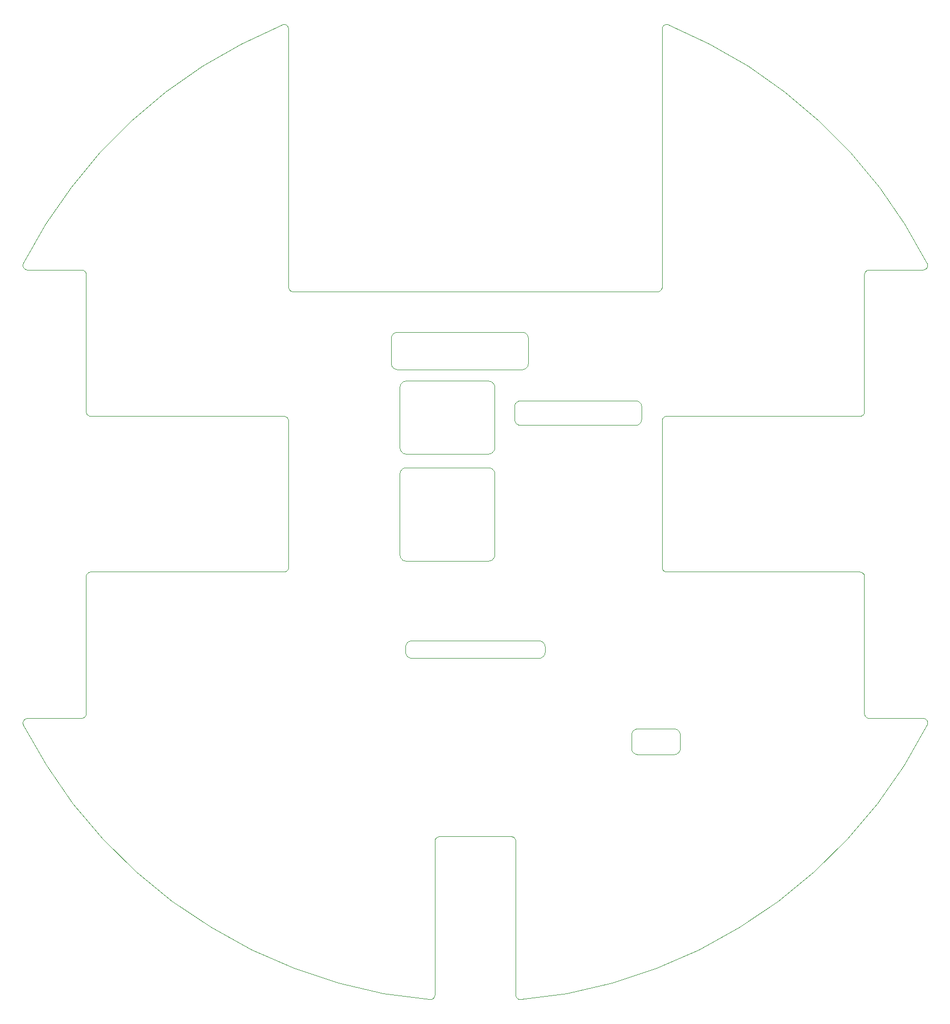
<source format=gbr>
G04 #@! TF.GenerationSoftware,KiCad,Pcbnew,5.1.9-73d0e3b20d~88~ubuntu20.04.1*
G04 #@! TF.CreationDate,2020-12-30T10:14:53-08:00*
G04 #@! TF.ProjectId,master_board,6d617374-6572-45f6-926f-6172642e6b69,Rev. A*
G04 #@! TF.SameCoordinates,Original*
G04 #@! TF.FileFunction,Profile,NP*
%FSLAX46Y46*%
G04 Gerber Fmt 4.6, Leading zero omitted, Abs format (unit mm)*
G04 Created by KiCad (PCBNEW 5.1.9-73d0e3b20d~88~ubuntu20.04.1) date 2020-12-30 10:14:53*
%MOMM*%
%LPD*%
G01*
G04 APERTURE LIST*
G04 #@! TA.AperFunction,Profile*
%ADD10C,0.050000*%
G04 #@! TD*
G04 APERTURE END LIST*
D10*
X162640000Y-64320000D02*
X162680000Y-64270000D01*
X162680000Y-64270000D02*
X162720000Y-64220000D01*
X162720000Y-64220000D02*
X162770000Y-64180000D01*
X162770000Y-64180000D02*
X162820000Y-64140000D01*
X162820000Y-64140000D02*
X162880000Y-64100000D01*
X163060000Y-64030000D02*
X163120000Y-64010000D01*
X163120000Y-64010000D02*
X163180000Y-64000000D01*
X106300000Y-85910000D02*
X106300000Y-86000000D01*
X106300000Y-86000000D02*
X106300000Y-87950000D01*
X106300000Y-87950000D02*
X106300000Y-88040000D01*
X106300000Y-88040000D02*
X106320000Y-88120000D01*
X106320000Y-88120000D02*
X106330000Y-88210000D01*
X106330000Y-88210000D02*
X106360000Y-88290000D01*
X162990000Y-64050000D02*
X163060000Y-64030000D01*
X163180000Y-64000000D02*
X163250000Y-64000000D01*
X162930000Y-64070000D02*
X162990000Y-64050000D01*
X162880000Y-64100000D02*
X162930000Y-64070000D01*
X162550000Y-64490000D02*
X162570000Y-64430000D01*
X162720000Y-64220000D02*
X162770000Y-64180000D01*
X162600000Y-64380000D02*
X162640000Y-64320000D01*
X162500000Y-86750000D02*
X162500000Y-64750000D01*
X89800000Y-123550000D02*
X89710000Y-123550000D01*
X89710000Y-123550000D02*
X89630000Y-123570000D01*
X89630000Y-123570000D02*
X89540000Y-123580000D01*
X89540000Y-123580000D02*
X89460000Y-123610000D01*
X89460000Y-123610000D02*
X89380000Y-123640000D01*
X89380000Y-123640000D02*
X89300000Y-123680000D01*
X89300000Y-123680000D02*
X89230000Y-123730000D01*
X89230000Y-123730000D02*
X89160000Y-123780000D01*
X89160000Y-123780000D02*
X89090000Y-123840000D01*
X89090000Y-123840000D02*
X89030000Y-123910000D01*
X89030000Y-123910000D02*
X88980000Y-123980000D01*
X88980000Y-123980000D02*
X88930000Y-124050000D01*
X88930000Y-124050000D02*
X88890000Y-124130000D01*
X88890000Y-124130000D02*
X88860000Y-124210000D01*
X88860000Y-124210000D02*
X88830000Y-124290000D01*
X88830000Y-124290000D02*
X88820000Y-124380000D01*
X88820000Y-124380000D02*
X88800000Y-124460000D01*
X88800000Y-124460000D02*
X88800000Y-124550000D01*
X88800000Y-124550000D02*
X88800000Y-125350000D01*
X88800000Y-125350000D02*
X88800000Y-125440000D01*
X88800000Y-125440000D02*
X88820000Y-125520000D01*
X88820000Y-125520000D02*
X88830000Y-125610000D01*
X88830000Y-125610000D02*
X88860000Y-125690000D01*
X88860000Y-125690000D02*
X88890000Y-125770000D01*
X88890000Y-125770000D02*
X88930000Y-125850000D01*
X88930000Y-125850000D02*
X88980000Y-125920000D01*
X88980000Y-125920000D02*
X89030000Y-125990000D01*
X89030000Y-125990000D02*
X89090000Y-126060000D01*
X89090000Y-126060000D02*
X89160000Y-126120000D01*
X89160000Y-126120000D02*
X89230000Y-126170000D01*
X89230000Y-126170000D02*
X89300000Y-126220000D01*
X89300000Y-126220000D02*
X89380000Y-126260000D01*
X89380000Y-126260000D02*
X89460000Y-126290000D01*
X89460000Y-126290000D02*
X89540000Y-126320000D01*
X89540000Y-126320000D02*
X89630000Y-126330000D01*
X89630000Y-126330000D02*
X89710000Y-126350000D01*
X89710000Y-126350000D02*
X89800000Y-126350000D01*
X89800000Y-126350000D02*
X110200000Y-126350000D01*
X110200000Y-126350000D02*
X110290000Y-126350000D01*
X110290000Y-126350000D02*
X110370000Y-126330000D01*
X110370000Y-126330000D02*
X110460000Y-126320000D01*
X110460000Y-126320000D02*
X110540000Y-126290000D01*
X110540000Y-126290000D02*
X110620000Y-126260000D01*
X110620000Y-126260000D02*
X110700000Y-126220000D01*
X110700000Y-126220000D02*
X110770000Y-126170000D01*
X110770000Y-126170000D02*
X110840000Y-126120000D01*
X110840000Y-126120000D02*
X110910000Y-126060000D01*
X110910000Y-126060000D02*
X110970000Y-125990000D01*
X110970000Y-125990000D02*
X111020000Y-125920000D01*
X111020000Y-125920000D02*
X111070000Y-125850000D01*
X111070000Y-125850000D02*
X111110000Y-125770000D01*
X111110000Y-125770000D02*
X111140000Y-125690000D01*
X111140000Y-125690000D02*
X111170000Y-125610000D01*
X111170000Y-125610000D02*
X111180000Y-125520000D01*
X111180000Y-125520000D02*
X111200000Y-125440000D01*
X111200000Y-125440000D02*
X111200000Y-125350000D01*
X111200000Y-125350000D02*
X111200000Y-124550000D01*
X111200000Y-124550000D02*
X111200000Y-124460000D01*
X111200000Y-124460000D02*
X111180000Y-124380000D01*
X111180000Y-124380000D02*
X111170000Y-124290000D01*
X111170000Y-124290000D02*
X111140000Y-124210000D01*
X111140000Y-124210000D02*
X111110000Y-124130000D01*
X111110000Y-124130000D02*
X111070000Y-124050000D01*
X111070000Y-124050000D02*
X111020000Y-123980000D01*
X111020000Y-123980000D02*
X110970000Y-123910000D01*
X110970000Y-123910000D02*
X110910000Y-123840000D01*
X110910000Y-123840000D02*
X110840000Y-123780000D01*
X110840000Y-123780000D02*
X110770000Y-123730000D01*
X110770000Y-123730000D02*
X110700000Y-123680000D01*
X110700000Y-123680000D02*
X110620000Y-123640000D01*
X110620000Y-123640000D02*
X110540000Y-123610000D01*
X110540000Y-123610000D02*
X110460000Y-123580000D01*
X110460000Y-123580000D02*
X110370000Y-123570000D01*
X110370000Y-123570000D02*
X110290000Y-123550000D01*
X110290000Y-123550000D02*
X110200000Y-123550000D01*
X110200000Y-123550000D02*
X89800000Y-123550000D01*
X88730000Y-110730000D02*
X88810000Y-110750000D01*
X88810000Y-110750000D02*
X88900000Y-110750000D01*
X88900000Y-110750000D02*
X102100000Y-110750000D01*
X102100000Y-110750000D02*
X102190000Y-110750000D01*
X102190000Y-110750000D02*
X102270000Y-110730000D01*
X87920000Y-82680000D02*
X87900000Y-82760000D01*
X87900000Y-82760000D02*
X87900000Y-82850000D01*
X87900000Y-82850000D02*
X87900000Y-92550000D01*
X87900000Y-92550000D02*
X87900000Y-92640000D01*
X87900000Y-92640000D02*
X87920000Y-92720000D01*
X87920000Y-92720000D02*
X87930000Y-92810000D01*
X87930000Y-92810000D02*
X87960000Y-92890000D01*
X88730000Y-93530000D02*
X88810000Y-93550000D01*
X88810000Y-93550000D02*
X88900000Y-93550000D01*
X88900000Y-93550000D02*
X102100000Y-93550000D01*
X102100000Y-93550000D02*
X102190000Y-93550000D01*
X102190000Y-93550000D02*
X102270000Y-93530000D01*
X132900000Y-138690000D02*
X132900000Y-138600000D01*
X132900000Y-138600000D02*
X132880000Y-138510000D01*
X132880000Y-138510000D02*
X132870000Y-138430000D01*
X132870000Y-138430000D02*
X132840000Y-138350000D01*
X132840000Y-138350000D02*
X132810000Y-138260000D01*
X132810000Y-138260000D02*
X132770000Y-138190000D01*
X132770000Y-138190000D02*
X132720000Y-138110000D01*
X132720000Y-138110000D02*
X132670000Y-138040000D01*
X132670000Y-138040000D02*
X132610000Y-137980000D01*
X132610000Y-137980000D02*
X132540000Y-137920000D01*
X132540000Y-137920000D02*
X132470000Y-137870000D01*
X132470000Y-137870000D02*
X132400000Y-137820000D01*
X132400000Y-137820000D02*
X132320000Y-137780000D01*
X132320000Y-137780000D02*
X132240000Y-137750000D01*
X132240000Y-137750000D02*
X132160000Y-137720000D01*
X132160000Y-137720000D02*
X132070000Y-137700000D01*
X132070000Y-137700000D02*
X131990000Y-137690000D01*
X131990000Y-137690000D02*
X131900000Y-137690000D01*
X131900000Y-137690000D02*
X126100000Y-137690000D01*
X126100000Y-137690000D02*
X126010000Y-137690000D01*
X126010000Y-137690000D02*
X125930000Y-137700000D01*
X125930000Y-137700000D02*
X125840000Y-137720000D01*
X125840000Y-137720000D02*
X125760000Y-137750000D01*
X125760000Y-137750000D02*
X125680000Y-137780000D01*
X125680000Y-137780000D02*
X125600000Y-137820000D01*
X125600000Y-137820000D02*
X125530000Y-137870000D01*
X125530000Y-137870000D02*
X125460000Y-137920000D01*
X125460000Y-137920000D02*
X125390000Y-137980000D01*
X125390000Y-137980000D02*
X125330000Y-138040000D01*
X125330000Y-138040000D02*
X125280000Y-138110000D01*
X125280000Y-138110000D02*
X125230000Y-138190000D01*
X125230000Y-138190000D02*
X125190000Y-138260000D01*
X125190000Y-138260000D02*
X125160000Y-138350000D01*
X125160000Y-138350000D02*
X125130000Y-138430000D01*
X125130000Y-138430000D02*
X125120000Y-138510000D01*
X125120000Y-138510000D02*
X125100000Y-138600000D01*
X125100000Y-138600000D02*
X125100000Y-138690000D01*
X125100000Y-138690000D02*
X125100000Y-140810000D01*
X125100000Y-140810000D02*
X125100000Y-140900000D01*
X125100000Y-140900000D02*
X125120000Y-140990000D01*
X125120000Y-140990000D02*
X125130000Y-141070000D01*
X125130000Y-141070000D02*
X125160000Y-141150000D01*
X125160000Y-141150000D02*
X125190000Y-141240000D01*
X125190000Y-141240000D02*
X125230000Y-141310000D01*
X125230000Y-141310000D02*
X125280000Y-141390000D01*
X125280000Y-141390000D02*
X125330000Y-141460000D01*
X125330000Y-141460000D02*
X125390000Y-141520000D01*
X125390000Y-141520000D02*
X125460000Y-141580000D01*
X125460000Y-141580000D02*
X125530000Y-141630000D01*
X125530000Y-141630000D02*
X125600000Y-141680000D01*
X125600000Y-141680000D02*
X125680000Y-141720000D01*
X125680000Y-141720000D02*
X125760000Y-141750000D01*
X125760000Y-141750000D02*
X125840000Y-141780000D01*
X125840000Y-141780000D02*
X125930000Y-141800000D01*
X125930000Y-141800000D02*
X126010000Y-141810000D01*
X126010000Y-141810000D02*
X126100000Y-141810000D01*
X126100000Y-141810000D02*
X131900000Y-141810000D01*
X131900000Y-141810000D02*
X131990000Y-141810000D01*
X131990000Y-141810000D02*
X132070000Y-141800000D01*
X132070000Y-141800000D02*
X132160000Y-141780000D01*
X132160000Y-141780000D02*
X132240000Y-141750000D01*
X132240000Y-141750000D02*
X132320000Y-141720000D01*
X132320000Y-141720000D02*
X132400000Y-141680000D01*
X132400000Y-141680000D02*
X132470000Y-141630000D01*
X132470000Y-141630000D02*
X132540000Y-141580000D01*
X132540000Y-141580000D02*
X132610000Y-141520000D01*
X132610000Y-141520000D02*
X132670000Y-141460000D01*
X132670000Y-141460000D02*
X132720000Y-141390000D01*
X132720000Y-141390000D02*
X132770000Y-141310000D01*
X132770000Y-141310000D02*
X132810000Y-141240000D01*
X132810000Y-141240000D02*
X132840000Y-141150000D01*
X132840000Y-141150000D02*
X132870000Y-141070000D01*
X132870000Y-141070000D02*
X132880000Y-140990000D01*
X132880000Y-140990000D02*
X132900000Y-140900000D01*
X132900000Y-140900000D02*
X132900000Y-140810000D01*
X132900000Y-140810000D02*
X132900000Y-138690000D01*
X162500000Y-64750000D02*
X162500000Y-64680000D01*
X163250000Y-64000000D02*
X171900000Y-64000000D01*
X171900000Y-64000000D02*
X171970000Y-64000000D01*
X171970000Y-64000000D02*
X172040000Y-63990000D01*
X172040000Y-63990000D02*
X172100000Y-63970000D01*
X172100000Y-63970000D02*
X172160000Y-63950000D01*
X172160000Y-63950000D02*
X172230000Y-63930000D01*
X172230000Y-63930000D02*
X172280000Y-63900000D01*
X172280000Y-63900000D02*
X172340000Y-63860000D01*
X172340000Y-63860000D02*
X172390000Y-63820000D01*
X172390000Y-63820000D02*
X172440000Y-63770000D01*
X172440000Y-63770000D02*
X172480000Y-63720000D01*
X172480000Y-63720000D02*
X172520000Y-63670000D01*
X172520000Y-63670000D02*
X172560000Y-63610000D01*
X172560000Y-63610000D02*
X172590000Y-63550000D01*
X172590000Y-63550000D02*
X172610000Y-63490000D01*
X172610000Y-63490000D02*
X172630000Y-63430000D01*
X172630000Y-63430000D02*
X172640000Y-63360000D01*
X172640000Y-63360000D02*
X172650000Y-63300000D01*
X172650000Y-63300000D02*
X172650000Y-63230000D01*
X172650000Y-63230000D02*
X172650000Y-63160000D01*
X172650000Y-63160000D02*
X172640000Y-63100000D01*
X172640000Y-63100000D02*
X172620000Y-63030000D01*
X172620000Y-63030000D02*
X172600000Y-62970000D01*
X172600000Y-62970000D02*
X172570000Y-62910000D01*
X172570000Y-62910000D02*
X172570000Y-62910000D01*
X172570000Y-62910000D02*
X169010000Y-56640000D01*
X169010000Y-56640000D02*
X164910000Y-50720000D01*
X164910000Y-50720000D02*
X160300000Y-45170000D01*
X160300000Y-45170000D02*
X155220000Y-40060000D01*
X155220000Y-40060000D02*
X149710000Y-35420000D01*
X149710000Y-35420000D02*
X143810000Y-31280000D01*
X143810000Y-31280000D02*
X137570000Y-27680000D01*
X137570000Y-27680000D02*
X131040000Y-24640000D01*
X131040000Y-24640000D02*
X130970000Y-24620000D01*
X130970000Y-24620000D02*
X130910000Y-24600000D01*
X130910000Y-24600000D02*
X130840000Y-24590000D01*
X130840000Y-24590000D02*
X130780000Y-24580000D01*
X130780000Y-24580000D02*
X130710000Y-24590000D01*
X130710000Y-24590000D02*
X130640000Y-24590000D01*
X130640000Y-24590000D02*
X130580000Y-24600000D01*
X130580000Y-24600000D02*
X130510000Y-24620000D01*
X130510000Y-24620000D02*
X130450000Y-24650000D01*
X130450000Y-24650000D02*
X130390000Y-24680000D01*
X130390000Y-24680000D02*
X130330000Y-24710000D01*
X130330000Y-24710000D02*
X130280000Y-24750000D01*
X130280000Y-24750000D02*
X130230000Y-24790000D01*
X130230000Y-24790000D02*
X130180000Y-24840000D01*
X130180000Y-24840000D02*
X130140000Y-24900000D01*
X130140000Y-24900000D02*
X130100000Y-24950000D01*
X130100000Y-24950000D02*
X130070000Y-25010000D01*
X130070000Y-25010000D02*
X130050000Y-25070000D01*
X130050000Y-25070000D02*
X130030000Y-25140000D01*
X130030000Y-25140000D02*
X130010000Y-25200000D01*
X130010000Y-25200000D02*
X130000000Y-25270000D01*
X130000000Y-25270000D02*
X130000000Y-25330000D01*
X130000000Y-25330000D02*
X130000000Y-66750000D01*
X130000000Y-66750000D02*
X130000000Y-66820000D01*
X130000000Y-66820000D02*
X129990000Y-66880000D01*
X129990000Y-66880000D02*
X129970000Y-66940000D01*
X129970000Y-66940000D02*
X129950000Y-67010000D01*
X129950000Y-67010000D02*
X129930000Y-67070000D01*
X129930000Y-67070000D02*
X129900000Y-67120000D01*
X129900000Y-67120000D02*
X129860000Y-67180000D01*
X129860000Y-67180000D02*
X129820000Y-67230000D01*
X129820000Y-67230000D02*
X129780000Y-67280000D01*
X129780000Y-67280000D02*
X129730000Y-67320000D01*
X129730000Y-67320000D02*
X129680000Y-67360000D01*
X129680000Y-67360000D02*
X129620000Y-67400000D01*
X129620000Y-67400000D02*
X129570000Y-67430000D01*
X129570000Y-67430000D02*
X129510000Y-67450000D01*
X129510000Y-67450000D02*
X129440000Y-67470000D01*
X129440000Y-67470000D02*
X129380000Y-67490000D01*
X129380000Y-67490000D02*
X129320000Y-67500000D01*
X129320000Y-67500000D02*
X129250000Y-67500000D01*
X129250000Y-67500000D02*
X70750000Y-67500000D01*
X70750000Y-67500000D02*
X70680000Y-67500000D01*
X70680000Y-67500000D02*
X70620000Y-67490000D01*
X70620000Y-67490000D02*
X70560000Y-67470000D01*
X70560000Y-67470000D02*
X70490000Y-67450000D01*
X70490000Y-67450000D02*
X70430000Y-67430000D01*
X70430000Y-67430000D02*
X70380000Y-67400000D01*
X70380000Y-67400000D02*
X70320000Y-67360000D01*
X70320000Y-67360000D02*
X70270000Y-67320000D01*
X70270000Y-67320000D02*
X70220000Y-67280000D01*
X70220000Y-67280000D02*
X70180000Y-67230000D01*
X70180000Y-67230000D02*
X70140000Y-67180000D01*
X70140000Y-67180000D02*
X70100000Y-67120000D01*
X70100000Y-67120000D02*
X70070000Y-67070000D01*
X70070000Y-67070000D02*
X70050000Y-67010000D01*
X70050000Y-67010000D02*
X70030000Y-66940000D01*
X70030000Y-66940000D02*
X70010000Y-66880000D01*
X70010000Y-66880000D02*
X70000000Y-66820000D01*
X70000000Y-66820000D02*
X70000000Y-66750000D01*
X70000000Y-66750000D02*
X70000000Y-25330000D01*
X70000000Y-25330000D02*
X70000000Y-25270000D01*
X70000000Y-25270000D02*
X69990000Y-25200000D01*
X69990000Y-25200000D02*
X69970000Y-25140000D01*
X69970000Y-25140000D02*
X69950000Y-25070000D01*
X69950000Y-25070000D02*
X69930000Y-25010000D01*
X69930000Y-25010000D02*
X69900000Y-24950000D01*
X69900000Y-24950000D02*
X69860000Y-24900000D01*
X69860000Y-24900000D02*
X69820000Y-24840000D01*
X69820000Y-24840000D02*
X69770000Y-24790000D01*
X69770000Y-24790000D02*
X69720000Y-24750000D01*
X69720000Y-24750000D02*
X69670000Y-24710000D01*
X69670000Y-24710000D02*
X69610000Y-24680000D01*
X69610000Y-24680000D02*
X69550000Y-24650000D01*
X69550000Y-24650000D02*
X69490000Y-24620000D01*
X69490000Y-24620000D02*
X69420000Y-24600000D01*
X69420000Y-24600000D02*
X69360000Y-24590000D01*
X69360000Y-24590000D02*
X69290000Y-24590000D01*
X69290000Y-24590000D02*
X69220000Y-24580000D01*
X69220000Y-24580000D02*
X69160000Y-24590000D01*
X69160000Y-24590000D02*
X69090000Y-24600000D01*
X69090000Y-24600000D02*
X69030000Y-24620000D01*
X69030000Y-24620000D02*
X68960000Y-24640000D01*
X68960000Y-24640000D02*
X68960000Y-24640000D01*
X68960000Y-24640000D02*
X62430000Y-27680000D01*
X62430000Y-27680000D02*
X56190000Y-31280000D01*
X56190000Y-31280000D02*
X50290000Y-35420000D01*
X50290000Y-35420000D02*
X44780000Y-40060000D01*
X44780000Y-40060000D02*
X39700000Y-45170000D01*
X39700000Y-45170000D02*
X35090000Y-50720000D01*
X35090000Y-50720000D02*
X30990000Y-56640000D01*
X30990000Y-56640000D02*
X27430000Y-62910000D01*
X27430000Y-62910000D02*
X27400000Y-62970000D01*
X27400000Y-62970000D02*
X27380000Y-63030000D01*
X27380000Y-63030000D02*
X27360000Y-63100000D01*
X27360000Y-63100000D02*
X27350000Y-63160000D01*
X27350000Y-63160000D02*
X27350000Y-63230000D01*
X27350000Y-63230000D02*
X27350000Y-63300000D01*
X27350000Y-63300000D02*
X27360000Y-63360000D01*
X27360000Y-63360000D02*
X27370000Y-63430000D01*
X27370000Y-63430000D02*
X27390000Y-63490000D01*
X27390000Y-63490000D02*
X27410000Y-63550000D01*
X27410000Y-63550000D02*
X27440000Y-63610000D01*
X27440000Y-63610000D02*
X27480000Y-63670000D01*
X27480000Y-63670000D02*
X27520000Y-63720000D01*
X27520000Y-63720000D02*
X27560000Y-63770000D01*
X27560000Y-63770000D02*
X27610000Y-63820000D01*
X27610000Y-63820000D02*
X27660000Y-63860000D01*
X27660000Y-63860000D02*
X27720000Y-63900000D01*
X27720000Y-63900000D02*
X27770000Y-63930000D01*
X27770000Y-63930000D02*
X27840000Y-63950000D01*
X27840000Y-63950000D02*
X27900000Y-63970000D01*
X27900000Y-63970000D02*
X27960000Y-63990000D01*
X27960000Y-63990000D02*
X28030000Y-64000000D01*
X28030000Y-64000000D02*
X28100000Y-64000000D01*
X28100000Y-64000000D02*
X36750000Y-64000000D01*
X36750000Y-64000000D02*
X36820000Y-64000000D01*
X36820000Y-64000000D02*
X36880000Y-64010000D01*
X36880000Y-64010000D02*
X36940000Y-64030000D01*
X36940000Y-64030000D02*
X37010000Y-64050000D01*
X37010000Y-64050000D02*
X37070000Y-64070000D01*
X37070000Y-64070000D02*
X37120000Y-64100000D01*
X37120000Y-64100000D02*
X37180000Y-64140000D01*
X37180000Y-64140000D02*
X37230000Y-64180000D01*
X37230000Y-64180000D02*
X37280000Y-64220000D01*
X37280000Y-64220000D02*
X37320000Y-64270000D01*
X37320000Y-64270000D02*
X37360000Y-64320000D01*
X37360000Y-64320000D02*
X37400000Y-64380000D01*
X37400000Y-64380000D02*
X37430000Y-64430000D01*
X37430000Y-64430000D02*
X37450000Y-64490000D01*
X37450000Y-64490000D02*
X37470000Y-64560000D01*
X37470000Y-64560000D02*
X37490000Y-64620000D01*
X37490000Y-64620000D02*
X37500000Y-64680000D01*
X37500000Y-64680000D02*
X37500000Y-64750000D01*
X37500000Y-64750000D02*
X37500000Y-86750000D01*
X37500000Y-86750000D02*
X37500000Y-86820000D01*
X37500000Y-86820000D02*
X37510000Y-86880000D01*
X37510000Y-86880000D02*
X37530000Y-86940000D01*
X37530000Y-86940000D02*
X37550000Y-87010000D01*
X37550000Y-87010000D02*
X37570000Y-87070000D01*
X37570000Y-87070000D02*
X37600000Y-87120000D01*
X37600000Y-87120000D02*
X37640000Y-87180000D01*
X37640000Y-87180000D02*
X37680000Y-87230000D01*
X37680000Y-87230000D02*
X37720000Y-87280000D01*
X37720000Y-87280000D02*
X37770000Y-87320000D01*
X37770000Y-87320000D02*
X37820000Y-87360000D01*
X37820000Y-87360000D02*
X37880000Y-87400000D01*
X37880000Y-87400000D02*
X37930000Y-87430000D01*
X37930000Y-87430000D02*
X37990000Y-87450000D01*
X37990000Y-87450000D02*
X38060000Y-87470000D01*
X38060000Y-87470000D02*
X38120000Y-87490000D01*
X38120000Y-87490000D02*
X38180000Y-87500000D01*
X38180000Y-87500000D02*
X38250000Y-87500000D01*
X38250000Y-87500000D02*
X69250000Y-87500000D01*
X69250000Y-87500000D02*
X69320000Y-87500000D01*
X69320000Y-87500000D02*
X69380000Y-87510000D01*
X69380000Y-87510000D02*
X69440000Y-87530000D01*
X69440000Y-87530000D02*
X69510000Y-87550000D01*
X69510000Y-87550000D02*
X69570000Y-87570000D01*
X69570000Y-87570000D02*
X69620000Y-87600000D01*
X69620000Y-87600000D02*
X69680000Y-87640000D01*
X69680000Y-87640000D02*
X69730000Y-87680000D01*
X69730000Y-87680000D02*
X69780000Y-87720000D01*
X69780000Y-87720000D02*
X69820000Y-87770000D01*
X69820000Y-87770000D02*
X69860000Y-87820000D01*
X69860000Y-87820000D02*
X69900000Y-87880000D01*
X69900000Y-87880000D02*
X69930000Y-87930000D01*
X69930000Y-87930000D02*
X69950000Y-87990000D01*
X69950000Y-87990000D02*
X69970000Y-88060000D01*
X69970000Y-88060000D02*
X69990000Y-88120000D01*
X69990000Y-88120000D02*
X70000000Y-88180000D01*
X70000000Y-88180000D02*
X70000000Y-88250000D01*
X70000000Y-88250000D02*
X70000000Y-111750000D01*
X70000000Y-111750000D02*
X70000000Y-111820000D01*
X70000000Y-111820000D02*
X69990000Y-111880000D01*
X69990000Y-111880000D02*
X69970000Y-111940000D01*
X69970000Y-111940000D02*
X69950000Y-112010000D01*
X69950000Y-112010000D02*
X69930000Y-112070000D01*
X69930000Y-112070000D02*
X69900000Y-112120000D01*
X69900000Y-112120000D02*
X69860000Y-112180000D01*
X69860000Y-112180000D02*
X69820000Y-112230000D01*
X69820000Y-112230000D02*
X69780000Y-112280000D01*
X69780000Y-112280000D02*
X69730000Y-112320000D01*
X69730000Y-112320000D02*
X69680000Y-112360000D01*
X69680000Y-112360000D02*
X69620000Y-112400000D01*
X69620000Y-112400000D02*
X69570000Y-112430000D01*
X69570000Y-112430000D02*
X69510000Y-112450000D01*
X69510000Y-112450000D02*
X69440000Y-112470000D01*
X69440000Y-112470000D02*
X69380000Y-112490000D01*
X69380000Y-112490000D02*
X69320000Y-112500000D01*
X69320000Y-112500000D02*
X69250000Y-112500000D01*
X69250000Y-112500000D02*
X38250000Y-112500000D01*
X38250000Y-112500000D02*
X38180000Y-112500000D01*
X38180000Y-112500000D02*
X38120000Y-112510000D01*
X38120000Y-112510000D02*
X38060000Y-112530000D01*
X38060000Y-112530000D02*
X37990000Y-112550000D01*
X37990000Y-112550000D02*
X37930000Y-112570000D01*
X37930000Y-112570000D02*
X37880000Y-112600000D01*
X37880000Y-112600000D02*
X37820000Y-112640000D01*
X37820000Y-112640000D02*
X37770000Y-112680000D01*
X37770000Y-112680000D02*
X37720000Y-112720000D01*
X37720000Y-112720000D02*
X37680000Y-112770000D01*
X37680000Y-112770000D02*
X37640000Y-112820000D01*
X37640000Y-112820000D02*
X37600000Y-112880000D01*
X37600000Y-112880000D02*
X37570000Y-112930000D01*
X37570000Y-112930000D02*
X37550000Y-112990000D01*
X37550000Y-112990000D02*
X37530000Y-113060000D01*
X37530000Y-113060000D02*
X37510000Y-113120000D01*
X37510000Y-113120000D02*
X37500000Y-113180000D01*
X37500000Y-113180000D02*
X37500000Y-113250000D01*
X37500000Y-113250000D02*
X37500000Y-135250000D01*
X37500000Y-135250000D02*
X37500000Y-135320000D01*
X37500000Y-135320000D02*
X37490000Y-135380000D01*
X37490000Y-135380000D02*
X37470000Y-135440000D01*
X37470000Y-135440000D02*
X37450000Y-135510000D01*
X37450000Y-135510000D02*
X37430000Y-135570000D01*
X37430000Y-135570000D02*
X37400000Y-135620000D01*
X37400000Y-135620000D02*
X37360000Y-135680000D01*
X37360000Y-135680000D02*
X37320000Y-135730000D01*
X37320000Y-135730000D02*
X37280000Y-135780000D01*
X37280000Y-135780000D02*
X37230000Y-135820000D01*
X37230000Y-135820000D02*
X37180000Y-135860000D01*
X37180000Y-135860000D02*
X37120000Y-135900000D01*
X37120000Y-135900000D02*
X37070000Y-135930000D01*
X37070000Y-135930000D02*
X37010000Y-135950000D01*
X37010000Y-135950000D02*
X36940000Y-135970000D01*
X36940000Y-135970000D02*
X36880000Y-135990000D01*
X36880000Y-135990000D02*
X36820000Y-136000000D01*
X36820000Y-136000000D02*
X36750000Y-136000000D01*
X36750000Y-136000000D02*
X28100000Y-136000000D01*
X28100000Y-136000000D02*
X28030000Y-136000000D01*
X28030000Y-136000000D02*
X27960000Y-136010000D01*
X27960000Y-136010000D02*
X27900000Y-136030000D01*
X27900000Y-136030000D02*
X27840000Y-136050000D01*
X27840000Y-136050000D02*
X27770000Y-136070000D01*
X27770000Y-136070000D02*
X27720000Y-136100000D01*
X27720000Y-136100000D02*
X27660000Y-136140000D01*
X27660000Y-136140000D02*
X27610000Y-136180000D01*
X27610000Y-136180000D02*
X27560000Y-136230000D01*
X27560000Y-136230000D02*
X27520000Y-136280000D01*
X27520000Y-136280000D02*
X27480000Y-136330000D01*
X27480000Y-136330000D02*
X27440000Y-136390000D01*
X27440000Y-136390000D02*
X27410000Y-136450000D01*
X27410000Y-136450000D02*
X27390000Y-136510000D01*
X27390000Y-136510000D02*
X27370000Y-136570000D01*
X27370000Y-136570000D02*
X27360000Y-136640000D01*
X27360000Y-136640000D02*
X27350000Y-136700000D01*
X27350000Y-136700000D02*
X27350000Y-136770000D01*
X27350000Y-136770000D02*
X27350000Y-136840000D01*
X27350000Y-136840000D02*
X27360000Y-136900000D01*
X27360000Y-136900000D02*
X27380000Y-136970000D01*
X27380000Y-136970000D02*
X27400000Y-137030000D01*
X27400000Y-137030000D02*
X27430000Y-137090000D01*
X27430000Y-137090000D02*
X27430000Y-137090000D01*
X27430000Y-137090000D02*
X31130000Y-143580000D01*
X31130000Y-143580000D02*
X35410000Y-149700000D01*
X35410000Y-149700000D02*
X40230000Y-155400000D01*
X40230000Y-155400000D02*
X45550000Y-160640000D01*
X45550000Y-160640000D02*
X51330000Y-165370000D01*
X51330000Y-165370000D02*
X57520000Y-169550000D01*
X57520000Y-169550000D02*
X64070000Y-173150000D01*
X64070000Y-173150000D02*
X70910000Y-176130000D01*
X70910000Y-176130000D02*
X78010000Y-178480000D01*
X78010000Y-178480000D02*
X85280000Y-180160000D01*
X85280000Y-180160000D02*
X92680000Y-181170000D01*
X92680000Y-181170000D02*
X92750000Y-181170000D01*
X92750000Y-181170000D02*
X92810000Y-181170000D01*
X92810000Y-181170000D02*
X92880000Y-181160000D01*
X92880000Y-181160000D02*
X92940000Y-181150000D01*
X92940000Y-181150000D02*
X93010000Y-181130000D01*
X93010000Y-181130000D02*
X93070000Y-181100000D01*
X93070000Y-181100000D02*
X93120000Y-181070000D01*
X93120000Y-181070000D02*
X93180000Y-181040000D01*
X93180000Y-181040000D02*
X93230000Y-181000000D01*
X93230000Y-181000000D02*
X93280000Y-180950000D01*
X93280000Y-180950000D02*
X93320000Y-180910000D01*
X93320000Y-180910000D02*
X93360000Y-180850000D01*
X93360000Y-180850000D02*
X93400000Y-180800000D01*
X93400000Y-180800000D02*
X93430000Y-180740000D01*
X93430000Y-180740000D02*
X93450000Y-180680000D01*
X93450000Y-180680000D02*
X93470000Y-180620000D01*
X93470000Y-180620000D02*
X93490000Y-180550000D01*
X93490000Y-180550000D02*
X93500000Y-180490000D01*
X93500000Y-180490000D02*
X93500000Y-180420000D01*
X93500000Y-180420000D02*
X93500000Y-155750000D01*
X93500000Y-155750000D02*
X93500000Y-155680000D01*
X93500000Y-155680000D02*
X93510000Y-155620000D01*
X93510000Y-155620000D02*
X93530000Y-155560000D01*
X93530000Y-155560000D02*
X93550000Y-155490000D01*
X93550000Y-155490000D02*
X93570000Y-155430000D01*
X93570000Y-155430000D02*
X93600000Y-155380000D01*
X93600000Y-155380000D02*
X93640000Y-155320000D01*
X93640000Y-155320000D02*
X93680000Y-155270000D01*
X93680000Y-155270000D02*
X93720000Y-155220000D01*
X93720000Y-155220000D02*
X93770000Y-155180000D01*
X93770000Y-155180000D02*
X93820000Y-155140000D01*
X93820000Y-155140000D02*
X93880000Y-155100000D01*
X93880000Y-155100000D02*
X93930000Y-155070000D01*
X93930000Y-155070000D02*
X93990000Y-155050000D01*
X93990000Y-155050000D02*
X94060000Y-155030000D01*
X94060000Y-155030000D02*
X94120000Y-155010000D01*
X94120000Y-155010000D02*
X94180000Y-155000000D01*
X94180000Y-155000000D02*
X94250000Y-155000000D01*
X94250000Y-155000000D02*
X105750000Y-155000000D01*
X105750000Y-154996000D02*
X105820000Y-154996000D01*
X105820000Y-154996000D02*
X105880000Y-155006000D01*
X105880000Y-155006000D02*
X105940000Y-155026000D01*
X105940000Y-155026000D02*
X106010000Y-155046000D01*
X106010000Y-155046000D02*
X106070000Y-155066000D01*
X106070000Y-155066000D02*
X106120000Y-155096000D01*
X106120000Y-155096000D02*
X106180000Y-155136000D01*
X106180000Y-155136000D02*
X106230000Y-155176000D01*
X106230000Y-155180000D02*
X106280000Y-155220000D01*
X106280000Y-155220000D02*
X106320000Y-155270000D01*
X106320000Y-155270000D02*
X106360000Y-155320000D01*
X106360000Y-155320000D02*
X106400000Y-155380000D01*
X106400000Y-155380000D02*
X106430000Y-155430000D01*
X106430000Y-155430000D02*
X106450000Y-155490000D01*
X106450000Y-155490000D02*
X106470000Y-155560000D01*
X106470000Y-155560000D02*
X106490000Y-155620000D01*
X106490000Y-155620000D02*
X106500000Y-155680000D01*
X106500000Y-155680000D02*
X106500000Y-155750000D01*
X106500000Y-155750000D02*
X106500000Y-180420000D01*
X106500000Y-180420000D02*
X106500000Y-180490000D01*
X106500000Y-180490000D02*
X106510000Y-180550000D01*
X106510000Y-180550000D02*
X106530000Y-180620000D01*
X106530000Y-180620000D02*
X106550000Y-180680000D01*
X106550000Y-180680000D02*
X106570000Y-180740000D01*
X106570000Y-180740000D02*
X106600000Y-180800000D01*
X106600000Y-180800000D02*
X106640000Y-180850000D01*
X106640000Y-180850000D02*
X106680000Y-180910000D01*
X106680000Y-180910000D02*
X106720000Y-180950000D01*
X106720000Y-180950000D02*
X106770000Y-181000000D01*
X106770000Y-181000000D02*
X106820000Y-181040000D01*
X106820000Y-181040000D02*
X106880000Y-181070000D01*
X106880000Y-181070000D02*
X106930000Y-181100000D01*
X106930000Y-181100000D02*
X106990000Y-181130000D01*
X106990000Y-181130000D02*
X107060000Y-181150000D01*
X107060000Y-181150000D02*
X107120000Y-181160000D01*
X107120000Y-181160000D02*
X107190000Y-181170000D01*
X107190000Y-181170000D02*
X107250000Y-181170000D01*
X107250000Y-181170000D02*
X107320000Y-181170000D01*
X107320000Y-181170000D02*
X107320000Y-181170000D01*
X107320000Y-181170000D02*
X114720000Y-180160000D01*
X114720000Y-180160000D02*
X121990000Y-178480000D01*
X121990000Y-178480000D02*
X129090000Y-176130000D01*
X129090000Y-176130000D02*
X135930000Y-173150000D01*
X135930000Y-173150000D02*
X142480000Y-169550000D01*
X142480000Y-169550000D02*
X148670000Y-165370000D01*
X148670000Y-165370000D02*
X154450000Y-160640000D01*
X154450000Y-160640000D02*
X159770000Y-155400000D01*
X159770000Y-155400000D02*
X164590000Y-149700000D01*
X164590000Y-149700000D02*
X168870000Y-143580000D01*
X168870000Y-143580000D02*
X172570000Y-137090000D01*
X172570000Y-137090000D02*
X172600000Y-137030000D01*
X172600000Y-137030000D02*
X172620000Y-136970000D01*
X172620000Y-136970000D02*
X172640000Y-136900000D01*
X172640000Y-136900000D02*
X172650000Y-136840000D01*
X172650000Y-136840000D02*
X172650000Y-136770000D01*
X172650000Y-136770000D02*
X172650000Y-136700000D01*
X172650000Y-136700000D02*
X172640000Y-136640000D01*
X172640000Y-136640000D02*
X172630000Y-136570000D01*
X172630000Y-136570000D02*
X172610000Y-136510000D01*
X172610000Y-136510000D02*
X172590000Y-136450000D01*
X172590000Y-136450000D02*
X172560000Y-136390000D01*
X172560000Y-136390000D02*
X172520000Y-136330000D01*
X172520000Y-136330000D02*
X172480000Y-136280000D01*
X172480000Y-136280000D02*
X172440000Y-136230000D01*
X172440000Y-136230000D02*
X172390000Y-136180000D01*
X172390000Y-136180000D02*
X172340000Y-136140000D01*
X172340000Y-136140000D02*
X172280000Y-136100000D01*
X172280000Y-136100000D02*
X172230000Y-136070000D01*
X172230000Y-136070000D02*
X172160000Y-136050000D01*
X172160000Y-136050000D02*
X172100000Y-136030000D01*
X172100000Y-136030000D02*
X172040000Y-136010000D01*
X172040000Y-136010000D02*
X171970000Y-136000000D01*
X171970000Y-136000000D02*
X171900000Y-136000000D01*
X171900000Y-136000000D02*
X163250000Y-136000000D01*
X163250000Y-136000000D02*
X163180000Y-136000000D01*
X163180000Y-136000000D02*
X163120000Y-135990000D01*
X163120000Y-135990000D02*
X163060000Y-135970000D01*
X163060000Y-135970000D02*
X162990000Y-135950000D01*
X162990000Y-135950000D02*
X162930000Y-135930000D01*
X162930000Y-135930000D02*
X162880000Y-135900000D01*
X162880000Y-135900000D02*
X162820000Y-135860000D01*
X162820000Y-135860000D02*
X162770000Y-135820000D01*
X162770000Y-135820000D02*
X162720000Y-135780000D01*
X162720000Y-135780000D02*
X162680000Y-135730000D01*
X162680000Y-135730000D02*
X162640000Y-135680000D01*
X162640000Y-135680000D02*
X162600000Y-135620000D01*
X162600000Y-135620000D02*
X162570000Y-135570000D01*
X162570000Y-135570000D02*
X162550000Y-135510000D01*
X162550000Y-135510000D02*
X162530000Y-135440000D01*
X162530000Y-135440000D02*
X162510000Y-135380000D01*
X162510000Y-135380000D02*
X162500000Y-135320000D01*
X162500000Y-135320000D02*
X162500000Y-135250000D01*
X162500000Y-135250000D02*
X162500000Y-113250000D01*
X162500000Y-113250000D02*
X162500000Y-113180000D01*
X162500000Y-113180000D02*
X162490000Y-113120000D01*
X162490000Y-113120000D02*
X162470000Y-113060000D01*
X162470000Y-113060000D02*
X162450000Y-112990000D01*
X162450000Y-112990000D02*
X162430000Y-112930000D01*
X162430000Y-112930000D02*
X162400000Y-112880000D01*
X162400000Y-112880000D02*
X162360000Y-112820000D01*
X162360000Y-112820000D02*
X162320000Y-112770000D01*
X162320000Y-112770000D02*
X162280000Y-112720000D01*
X162280000Y-112720000D02*
X162230000Y-112680000D01*
X162230000Y-112680000D02*
X162180000Y-112640000D01*
X162180000Y-112640000D02*
X162120000Y-112600000D01*
X162120000Y-112600000D02*
X162070000Y-112570000D01*
X162070000Y-112570000D02*
X162010000Y-112550000D01*
X162010000Y-112550000D02*
X161940000Y-112530000D01*
X161940000Y-112530000D02*
X161880000Y-112510000D01*
X161880000Y-112510000D02*
X161820000Y-112500000D01*
X161820000Y-112500000D02*
X161750000Y-112500000D01*
X161750000Y-112500000D02*
X130750000Y-112500000D01*
X130750000Y-112500000D02*
X130680000Y-112500000D01*
X130680000Y-112500000D02*
X130620000Y-112490000D01*
X130620000Y-112490000D02*
X130560000Y-112470000D01*
X130560000Y-112470000D02*
X130490000Y-112450000D01*
X130490000Y-112450000D02*
X130430000Y-112430000D01*
X130430000Y-112430000D02*
X130380000Y-112400000D01*
X130380000Y-112400000D02*
X130320000Y-112360000D01*
X130320000Y-112360000D02*
X130270000Y-112320000D01*
X130270000Y-112320000D02*
X130220000Y-112280000D01*
X130220000Y-112280000D02*
X130180000Y-112230000D01*
X130180000Y-112230000D02*
X130140000Y-112180000D01*
X130140000Y-112180000D02*
X130100000Y-112120000D01*
X130100000Y-112120000D02*
X130070000Y-112070000D01*
X130070000Y-112070000D02*
X130050000Y-112010000D01*
X130050000Y-112010000D02*
X130030000Y-111940000D01*
X130030000Y-111940000D02*
X130010000Y-111880000D01*
X130010000Y-111880000D02*
X130000000Y-111820000D01*
X130000000Y-111820000D02*
X130000000Y-111750000D01*
X130000000Y-111750000D02*
X130000000Y-88250000D01*
X130000000Y-88250000D02*
X130000000Y-88180000D01*
X130000000Y-88180000D02*
X130010000Y-88120000D01*
X130010000Y-88120000D02*
X130030000Y-88060000D01*
X130030000Y-88060000D02*
X130050000Y-87990000D01*
X130050000Y-87990000D02*
X130070000Y-87930000D01*
X130070000Y-87930000D02*
X130100000Y-87880000D01*
X130100000Y-87880000D02*
X130140000Y-87820000D01*
X130140000Y-87820000D02*
X130180000Y-87770000D01*
X130180000Y-87770000D02*
X130220000Y-87720000D01*
X130220000Y-87720000D02*
X130270000Y-87680000D01*
X130270000Y-87680000D02*
X130320000Y-87640000D01*
X130320000Y-87640000D02*
X130380000Y-87600000D01*
X130380000Y-87600000D02*
X130430000Y-87570000D01*
X130430000Y-87570000D02*
X130490000Y-87550000D01*
X130490000Y-87550000D02*
X130560000Y-87530000D01*
X130560000Y-87530000D02*
X130620000Y-87510000D01*
X130620000Y-87510000D02*
X130680000Y-87500000D01*
X130680000Y-87500000D02*
X130750000Y-87500000D01*
X130750000Y-87500000D02*
X161750000Y-87500000D01*
X161750000Y-87500000D02*
X161820000Y-87500000D01*
X161820000Y-87500000D02*
X161880000Y-87490000D01*
X161880000Y-87490000D02*
X161940000Y-87470000D01*
X161940000Y-87470000D02*
X162010000Y-87450000D01*
X162010000Y-87450000D02*
X162070000Y-87430000D01*
X162070000Y-87430000D02*
X162120000Y-87400000D01*
X162120000Y-87400000D02*
X162180000Y-87360000D01*
X162180000Y-87360000D02*
X162230000Y-87320000D01*
X162230000Y-87320000D02*
X162280000Y-87280000D01*
X162280000Y-87280000D02*
X162320000Y-87230000D01*
X162320000Y-87230000D02*
X162360000Y-87180000D01*
X162360000Y-87180000D02*
X162400000Y-87120000D01*
X162400000Y-87120000D02*
X162430000Y-87070000D01*
X162430000Y-87070000D02*
X162450000Y-87010000D01*
X162450000Y-87010000D02*
X162470000Y-86940000D01*
X162470000Y-86940000D02*
X162490000Y-86880000D01*
X162490000Y-86880000D02*
X162500000Y-86820000D01*
X162500000Y-86820000D02*
X162500000Y-86750000D01*
X162500000Y-64680000D02*
X162510000Y-64620000D01*
X162510000Y-64620000D02*
X162530000Y-64560000D01*
X162530000Y-64560000D02*
X162550000Y-64490000D01*
X162570000Y-64430000D02*
X162600000Y-64380000D01*
X162640000Y-64320000D02*
X162680000Y-64270000D01*
X162680000Y-64270000D02*
X162720000Y-64220000D01*
X162770000Y-64180000D02*
X162820000Y-64140000D01*
X162820000Y-64140000D02*
X162880000Y-64100000D01*
X162880000Y-64100000D02*
X162930000Y-64070000D01*
X162930000Y-64070000D02*
X162990000Y-64050000D01*
X162990000Y-64050000D02*
X163060000Y-64030000D01*
X163060000Y-64030000D02*
X163120000Y-64010000D01*
X163120000Y-64010000D02*
X163180000Y-64000000D01*
X163180000Y-64000000D02*
X163250000Y-64000000D01*
X107300000Y-85000000D02*
X107210000Y-85000000D01*
X107210000Y-85000000D02*
X107130000Y-85020000D01*
X107130000Y-85020000D02*
X107040000Y-85030000D01*
X107040000Y-85030000D02*
X106960000Y-85060000D01*
X106960000Y-85060000D02*
X106880000Y-85090000D01*
X106880000Y-85090000D02*
X106800000Y-85130000D01*
X106800000Y-85130000D02*
X106730000Y-85180000D01*
X106730000Y-85180000D02*
X106660000Y-85230000D01*
X106660000Y-85230000D02*
X106590000Y-85290000D01*
X106590000Y-85290000D02*
X106530000Y-85360000D01*
X106530000Y-85360000D02*
X106480000Y-85430000D01*
X106480000Y-85430000D02*
X106430000Y-85500000D01*
X106430000Y-85500000D02*
X106390000Y-85580000D01*
X106390000Y-85580000D02*
X106360000Y-85660000D01*
X106360000Y-85660000D02*
X106330000Y-85740000D01*
X106330000Y-85740000D02*
X106320000Y-85830000D01*
X106320000Y-85830000D02*
X106300000Y-85910000D01*
X106300000Y-85910000D02*
X106300000Y-86000000D01*
X106300000Y-86000000D02*
X106300000Y-87950000D01*
X106300000Y-87950000D02*
X106300000Y-88040000D01*
X106300000Y-88040000D02*
X106320000Y-88120000D01*
X106320000Y-88120000D02*
X106330000Y-88210000D01*
X106330000Y-88210000D02*
X106360000Y-88290000D01*
X106360000Y-88290000D02*
X106390000Y-88370000D01*
X106390000Y-88370000D02*
X106430000Y-88450000D01*
X106430000Y-88450000D02*
X106480000Y-88520000D01*
X106480000Y-88520000D02*
X106530000Y-88590000D01*
X106530000Y-88590000D02*
X106590000Y-88660000D01*
X106590000Y-88660000D02*
X106660000Y-88720000D01*
X106660000Y-88720000D02*
X106730000Y-88770000D01*
X106730000Y-88770000D02*
X106800000Y-88820000D01*
X106800000Y-88820000D02*
X106880000Y-88860000D01*
X106880000Y-88860000D02*
X106960000Y-88890000D01*
X106960000Y-88890000D02*
X107040000Y-88920000D01*
X107040000Y-88920000D02*
X107130000Y-88930000D01*
X107130000Y-88930000D02*
X107210000Y-88950000D01*
X107210000Y-88950000D02*
X107300000Y-88950000D01*
X107300000Y-88950000D02*
X125700000Y-88950000D01*
X125700000Y-88950000D02*
X125790000Y-88950000D01*
X125790000Y-88950000D02*
X125870000Y-88930000D01*
X125870000Y-88930000D02*
X125960000Y-88920000D01*
X125960000Y-88920000D02*
X126040000Y-88890000D01*
X126040000Y-88890000D02*
X126120000Y-88860000D01*
X126120000Y-88860000D02*
X126200000Y-88820000D01*
X126200000Y-88820000D02*
X126270000Y-88770000D01*
X126270000Y-88770000D02*
X126340000Y-88720000D01*
X126340000Y-88720000D02*
X126410000Y-88660000D01*
X126410000Y-88660000D02*
X126470000Y-88590000D01*
X126470000Y-88590000D02*
X126520000Y-88520000D01*
X126520000Y-88520000D02*
X126570000Y-88450000D01*
X126570000Y-88450000D02*
X126610000Y-88370000D01*
X126610000Y-88370000D02*
X126640000Y-88290000D01*
X126640000Y-88290000D02*
X126670000Y-88210000D01*
X126670000Y-88210000D02*
X126680000Y-88120000D01*
X126680000Y-88120000D02*
X126700000Y-88040000D01*
X126700000Y-88040000D02*
X126700000Y-87950000D01*
X126700000Y-87950000D02*
X126700000Y-86000000D01*
X126700000Y-86000000D02*
X126700000Y-85910000D01*
X126700000Y-85910000D02*
X126680000Y-85830000D01*
X126680000Y-85830000D02*
X126670000Y-85740000D01*
X126670000Y-85740000D02*
X126640000Y-85660000D01*
X126640000Y-85660000D02*
X126610000Y-85580000D01*
X126610000Y-85580000D02*
X126570000Y-85500000D01*
X126570000Y-85500000D02*
X126520000Y-85430000D01*
X126520000Y-85430000D02*
X126470000Y-85360000D01*
X126470000Y-85360000D02*
X126410000Y-85290000D01*
X126410000Y-85290000D02*
X126340000Y-85230000D01*
X126340000Y-85230000D02*
X126270000Y-85180000D01*
X126270000Y-85180000D02*
X126200000Y-85130000D01*
X126200000Y-85130000D02*
X126120000Y-85090000D01*
X126120000Y-85090000D02*
X126040000Y-85060000D01*
X126040000Y-85060000D02*
X125960000Y-85030000D01*
X125960000Y-85030000D02*
X125870000Y-85020000D01*
X125870000Y-85020000D02*
X125790000Y-85000000D01*
X125790000Y-85000000D02*
X125700000Y-85000000D01*
X125700000Y-85000000D02*
X107300000Y-85000000D01*
X89800000Y-123550000D02*
X89710000Y-123550000D01*
X89710000Y-123550000D02*
X89630000Y-123570000D01*
X89630000Y-123570000D02*
X89540000Y-123580000D01*
X89540000Y-123580000D02*
X89460000Y-123610000D01*
X89460000Y-123610000D02*
X89380000Y-123640000D01*
X89380000Y-123640000D02*
X89300000Y-123680000D01*
X89300000Y-123680000D02*
X89230000Y-123730000D01*
X89230000Y-123730000D02*
X89160000Y-123780000D01*
X89160000Y-123780000D02*
X89090000Y-123840000D01*
X89090000Y-123840000D02*
X89030000Y-123910000D01*
X89030000Y-123910000D02*
X88980000Y-123980000D01*
X88980000Y-123980000D02*
X88930000Y-124050000D01*
X88930000Y-124050000D02*
X88890000Y-124130000D01*
X88890000Y-124130000D02*
X88860000Y-124210000D01*
X88860000Y-124210000D02*
X88830000Y-124290000D01*
X88830000Y-124290000D02*
X88820000Y-124380000D01*
X88820000Y-124380000D02*
X88800000Y-124460000D01*
X88800000Y-124460000D02*
X88800000Y-124550000D01*
X88800000Y-124550000D02*
X88800000Y-125350000D01*
X88800000Y-125350000D02*
X88800000Y-125440000D01*
X88800000Y-125440000D02*
X88820000Y-125520000D01*
X88820000Y-125520000D02*
X88830000Y-125610000D01*
X88830000Y-125610000D02*
X88860000Y-125690000D01*
X88860000Y-125690000D02*
X88890000Y-125770000D01*
X88890000Y-125770000D02*
X88930000Y-125850000D01*
X88930000Y-125850000D02*
X88980000Y-125920000D01*
X88980000Y-125920000D02*
X89030000Y-125990000D01*
X89030000Y-125990000D02*
X89090000Y-126060000D01*
X89090000Y-126060000D02*
X89160000Y-126120000D01*
X89160000Y-126120000D02*
X89230000Y-126170000D01*
X89230000Y-126170000D02*
X89300000Y-126220000D01*
X89300000Y-126220000D02*
X89380000Y-126260000D01*
X89380000Y-126260000D02*
X89460000Y-126290000D01*
X89460000Y-126290000D02*
X89540000Y-126320000D01*
X89540000Y-126320000D02*
X89630000Y-126330000D01*
X89630000Y-126330000D02*
X89710000Y-126350000D01*
X89710000Y-126350000D02*
X89800000Y-126350000D01*
X89800000Y-126350000D02*
X110200000Y-126350000D01*
X110200000Y-126350000D02*
X110290000Y-126350000D01*
X110290000Y-126350000D02*
X110370000Y-126330000D01*
X110370000Y-126330000D02*
X110460000Y-126320000D01*
X110460000Y-126320000D02*
X110540000Y-126290000D01*
X110540000Y-126290000D02*
X110620000Y-126260000D01*
X110620000Y-126260000D02*
X110700000Y-126220000D01*
X110700000Y-126220000D02*
X110770000Y-126170000D01*
X110770000Y-126170000D02*
X110840000Y-126120000D01*
X110840000Y-126120000D02*
X110910000Y-126060000D01*
X110910000Y-126060000D02*
X110970000Y-125990000D01*
X110970000Y-125990000D02*
X111020000Y-125920000D01*
X111020000Y-125920000D02*
X111070000Y-125850000D01*
X111070000Y-125850000D02*
X111110000Y-125770000D01*
X111110000Y-125770000D02*
X111140000Y-125690000D01*
X111140000Y-125690000D02*
X111170000Y-125610000D01*
X111170000Y-125610000D02*
X111180000Y-125520000D01*
X111180000Y-125520000D02*
X111200000Y-125440000D01*
X111200000Y-125440000D02*
X111200000Y-125350000D01*
X111200000Y-125350000D02*
X111200000Y-124550000D01*
X111200000Y-124550000D02*
X111200000Y-124460000D01*
X111200000Y-124460000D02*
X111180000Y-124380000D01*
X111180000Y-124380000D02*
X111170000Y-124290000D01*
X111170000Y-124290000D02*
X111140000Y-124210000D01*
X111140000Y-124210000D02*
X111110000Y-124130000D01*
X111110000Y-124130000D02*
X111070000Y-124050000D01*
X111070000Y-124050000D02*
X111020000Y-123980000D01*
X111020000Y-123980000D02*
X110970000Y-123910000D01*
X110970000Y-123910000D02*
X110910000Y-123840000D01*
X110910000Y-123840000D02*
X110840000Y-123780000D01*
X110840000Y-123780000D02*
X110770000Y-123730000D01*
X110770000Y-123730000D02*
X110700000Y-123680000D01*
X110700000Y-123680000D02*
X110620000Y-123640000D01*
X110620000Y-123640000D02*
X110540000Y-123610000D01*
X110540000Y-123610000D02*
X110460000Y-123580000D01*
X110460000Y-123580000D02*
X110370000Y-123570000D01*
X110370000Y-123570000D02*
X110290000Y-123550000D01*
X110290000Y-123550000D02*
X110200000Y-123550000D01*
X110200000Y-123550000D02*
X89800000Y-123550000D01*
X88900000Y-95750000D02*
X88810000Y-95750000D01*
X88810000Y-95750000D02*
X88730000Y-95770000D01*
X88730000Y-95770000D02*
X88640000Y-95780000D01*
X88640000Y-95780000D02*
X88560000Y-95810000D01*
X88560000Y-95810000D02*
X88480000Y-95840000D01*
X88480000Y-95840000D02*
X88400000Y-95880000D01*
X88400000Y-95880000D02*
X88330000Y-95930000D01*
X88330000Y-95930000D02*
X88260000Y-95980000D01*
X88260000Y-95980000D02*
X88190000Y-96040000D01*
X88190000Y-96040000D02*
X88130000Y-96110000D01*
X88130000Y-96110000D02*
X88080000Y-96180000D01*
X88080000Y-96180000D02*
X88030000Y-96250000D01*
X88030000Y-96250000D02*
X87990000Y-96330000D01*
X87990000Y-96330000D02*
X87960000Y-96410000D01*
X87960000Y-96410000D02*
X87930000Y-96490000D01*
X87930000Y-96490000D02*
X87920000Y-96580000D01*
X87920000Y-96580000D02*
X87900000Y-96660000D01*
X87900000Y-96660000D02*
X87900000Y-96750000D01*
X87900000Y-96750000D02*
X87900000Y-109750000D01*
X87900000Y-109750000D02*
X87900000Y-109840000D01*
X87900000Y-109840000D02*
X87920000Y-109920000D01*
X87920000Y-109920000D02*
X87930000Y-110010000D01*
X87930000Y-110010000D02*
X87960000Y-110090000D01*
X87960000Y-110090000D02*
X87990000Y-110170000D01*
X87990000Y-110170000D02*
X88030000Y-110250000D01*
X88030000Y-110250000D02*
X88080000Y-110320000D01*
X88080000Y-110320000D02*
X88130000Y-110390000D01*
X88130000Y-110390000D02*
X88190000Y-110460000D01*
X88190000Y-110460000D02*
X88260000Y-110520000D01*
X88260000Y-110520000D02*
X88330000Y-110570000D01*
X88330000Y-110570000D02*
X88400000Y-110620000D01*
X88400000Y-110620000D02*
X88480000Y-110660000D01*
X88480000Y-110660000D02*
X88560000Y-110690000D01*
X88560000Y-110690000D02*
X88640000Y-110720000D01*
X88640000Y-110720000D02*
X88730000Y-110730000D01*
X88730000Y-110730000D02*
X88810000Y-110750000D01*
X88810000Y-110750000D02*
X88900000Y-110750000D01*
X88900000Y-110750000D02*
X102100000Y-110750000D01*
X102100000Y-110750000D02*
X102190000Y-110750000D01*
X102190000Y-110750000D02*
X102270000Y-110730000D01*
X102270000Y-110730000D02*
X102360000Y-110720000D01*
X102360000Y-110720000D02*
X102440000Y-110690000D01*
X102440000Y-110690000D02*
X102520000Y-110660000D01*
X102520000Y-110660000D02*
X102600000Y-110620000D01*
X102600000Y-110620000D02*
X102670000Y-110570000D01*
X102670000Y-110570000D02*
X102740000Y-110520000D01*
X102740000Y-110520000D02*
X102810000Y-110460000D01*
X102810000Y-110460000D02*
X102870000Y-110390000D01*
X102870000Y-110390000D02*
X102920000Y-110320000D01*
X102920000Y-110320000D02*
X102970000Y-110250000D01*
X102970000Y-110250000D02*
X103010000Y-110170000D01*
X103010000Y-110170000D02*
X103040000Y-110090000D01*
X103040000Y-110090000D02*
X103070000Y-110010000D01*
X103070000Y-110010000D02*
X103080000Y-109920000D01*
X103080000Y-109920000D02*
X103100000Y-109840000D01*
X103100000Y-109840000D02*
X103100000Y-109750000D01*
X103100000Y-109750000D02*
X103100000Y-96750000D01*
X103100000Y-96750000D02*
X103100000Y-96660000D01*
X103100000Y-96660000D02*
X103080000Y-96580000D01*
X103080000Y-96580000D02*
X103070000Y-96490000D01*
X103070000Y-96490000D02*
X103040000Y-96410000D01*
X103040000Y-96410000D02*
X103010000Y-96330000D01*
X103010000Y-96330000D02*
X102970000Y-96250000D01*
X102970000Y-96250000D02*
X102920000Y-96180000D01*
X102920000Y-96180000D02*
X102870000Y-96110000D01*
X102870000Y-96110000D02*
X102810000Y-96040000D01*
X102810000Y-96040000D02*
X102740000Y-95980000D01*
X102740000Y-95980000D02*
X102670000Y-95930000D01*
X102670000Y-95930000D02*
X102600000Y-95880000D01*
X102600000Y-95880000D02*
X102520000Y-95840000D01*
X102520000Y-95840000D02*
X102440000Y-95810000D01*
X102440000Y-95810000D02*
X102360000Y-95780000D01*
X102360000Y-95780000D02*
X102270000Y-95770000D01*
X102270000Y-95770000D02*
X102190000Y-95750000D01*
X102190000Y-95750000D02*
X102100000Y-95750000D01*
X102100000Y-95750000D02*
X88900000Y-95750000D01*
X88900000Y-81850000D02*
X88810000Y-81850000D01*
X88810000Y-81850000D02*
X88730000Y-81870000D01*
X88730000Y-81870000D02*
X88640000Y-81880000D01*
X88640000Y-81880000D02*
X88560000Y-81910000D01*
X88560000Y-81910000D02*
X88480000Y-81940000D01*
X88480000Y-81940000D02*
X88400000Y-81980000D01*
X88400000Y-81980000D02*
X88330000Y-82030000D01*
X88330000Y-82030000D02*
X88260000Y-82080000D01*
X88260000Y-82080000D02*
X88190000Y-82140000D01*
X88190000Y-82140000D02*
X88130000Y-82210000D01*
X88130000Y-82210000D02*
X88080000Y-82280000D01*
X88080000Y-82280000D02*
X88030000Y-82350000D01*
X88030000Y-82350000D02*
X87990000Y-82430000D01*
X87990000Y-82430000D02*
X87960000Y-82510000D01*
X87960000Y-82510000D02*
X87930000Y-82590000D01*
X87930000Y-82590000D02*
X87920000Y-82680000D01*
X87920000Y-82680000D02*
X87900000Y-82760000D01*
X87900000Y-82760000D02*
X87900000Y-82850000D01*
X87900000Y-82850000D02*
X87900000Y-92550000D01*
X87900000Y-92550000D02*
X87900000Y-92640000D01*
X87900000Y-92640000D02*
X87920000Y-92720000D01*
X87920000Y-92720000D02*
X87930000Y-92810000D01*
X87930000Y-92810000D02*
X87960000Y-92890000D01*
X87960000Y-92890000D02*
X87990000Y-92970000D01*
X87990000Y-92970000D02*
X88030000Y-93050000D01*
X88030000Y-93050000D02*
X88080000Y-93120000D01*
X88080000Y-93120000D02*
X88130000Y-93190000D01*
X88130000Y-93190000D02*
X88190000Y-93260000D01*
X88190000Y-93260000D02*
X88260000Y-93320000D01*
X88260000Y-93320000D02*
X88330000Y-93370000D01*
X88330000Y-93370000D02*
X88400000Y-93420000D01*
X88400000Y-93420000D02*
X88480000Y-93460000D01*
X88480000Y-93460000D02*
X88560000Y-93490000D01*
X88560000Y-93490000D02*
X88640000Y-93520000D01*
X88640000Y-93520000D02*
X88730000Y-93530000D01*
X88730000Y-93530000D02*
X88810000Y-93550000D01*
X88810000Y-93550000D02*
X88900000Y-93550000D01*
X88900000Y-93550000D02*
X102100000Y-93550000D01*
X102100000Y-93550000D02*
X102190000Y-93550000D01*
X102190000Y-93550000D02*
X102270000Y-93530000D01*
X102270000Y-93530000D02*
X102360000Y-93520000D01*
X102360000Y-93520000D02*
X102440000Y-93490000D01*
X102440000Y-93490000D02*
X102520000Y-93460000D01*
X102520000Y-93460000D02*
X102600000Y-93420000D01*
X102600000Y-93420000D02*
X102670000Y-93370000D01*
X102670000Y-93370000D02*
X102740000Y-93320000D01*
X102740000Y-93320000D02*
X102810000Y-93260000D01*
X102810000Y-93260000D02*
X102870000Y-93190000D01*
X102870000Y-93190000D02*
X102920000Y-93120000D01*
X102920000Y-93120000D02*
X102970000Y-93050000D01*
X102970000Y-93050000D02*
X103010000Y-92970000D01*
X103010000Y-92970000D02*
X103040000Y-92890000D01*
X103040000Y-92890000D02*
X103070000Y-92810000D01*
X103070000Y-92810000D02*
X103080000Y-92720000D01*
X103080000Y-92720000D02*
X103100000Y-92640000D01*
X103100000Y-92640000D02*
X103100000Y-92550000D01*
X103100000Y-92550000D02*
X103100000Y-82850000D01*
X103100000Y-82850000D02*
X103100000Y-82760000D01*
X103100000Y-82760000D02*
X103080000Y-82680000D01*
X103080000Y-82680000D02*
X103070000Y-82590000D01*
X103070000Y-82590000D02*
X103040000Y-82510000D01*
X103040000Y-82510000D02*
X103010000Y-82430000D01*
X103010000Y-82430000D02*
X102970000Y-82350000D01*
X102970000Y-82350000D02*
X102920000Y-82280000D01*
X102920000Y-82280000D02*
X102870000Y-82210000D01*
X102870000Y-82210000D02*
X102810000Y-82140000D01*
X102810000Y-82140000D02*
X102740000Y-82080000D01*
X102740000Y-82080000D02*
X102670000Y-82030000D01*
X102670000Y-82030000D02*
X102600000Y-81980000D01*
X102600000Y-81980000D02*
X102520000Y-81940000D01*
X102520000Y-81940000D02*
X102440000Y-81910000D01*
X102440000Y-81910000D02*
X102360000Y-81880000D01*
X102360000Y-81880000D02*
X102270000Y-81870000D01*
X102270000Y-81870000D02*
X102190000Y-81850000D01*
X102190000Y-81850000D02*
X102100000Y-81850000D01*
X102100000Y-81850000D02*
X88900000Y-81850000D01*
X87500000Y-74000000D02*
X87410000Y-74000000D01*
X87410000Y-74000000D02*
X87330000Y-74020000D01*
X87330000Y-74020000D02*
X87240000Y-74030000D01*
X87240000Y-74030000D02*
X87160000Y-74060000D01*
X87160000Y-74060000D02*
X87080000Y-74090000D01*
X87080000Y-74090000D02*
X87000000Y-74130000D01*
X87000000Y-74130000D02*
X86930000Y-74180000D01*
X86930000Y-74180000D02*
X86860000Y-74230000D01*
X86860000Y-74230000D02*
X86790000Y-74290000D01*
X86790000Y-74290000D02*
X86730000Y-74360000D01*
X86730000Y-74360000D02*
X86680000Y-74430000D01*
X86680000Y-74430000D02*
X86630000Y-74500000D01*
X86630000Y-74500000D02*
X86590000Y-74580000D01*
X86590000Y-74580000D02*
X86560000Y-74660000D01*
X86560000Y-74660000D02*
X86530000Y-74740000D01*
X86530000Y-74740000D02*
X86520000Y-74830000D01*
X86520000Y-74830000D02*
X86500000Y-74910000D01*
X86500000Y-74910000D02*
X86500000Y-75000000D01*
X86500000Y-75000000D02*
X86500000Y-79000000D01*
X86500000Y-79000000D02*
X86500000Y-79090000D01*
X86500000Y-79090000D02*
X86520000Y-79170000D01*
X86520000Y-79170000D02*
X86530000Y-79260000D01*
X86530000Y-79260000D02*
X86560000Y-79340000D01*
X86560000Y-79340000D02*
X86590000Y-79420000D01*
X86590000Y-79420000D02*
X86630000Y-79500000D01*
X86630000Y-79500000D02*
X86680000Y-79570000D01*
X86680000Y-79570000D02*
X86730000Y-79640000D01*
X86730000Y-79640000D02*
X86790000Y-79710000D01*
X86790000Y-79710000D02*
X86860000Y-79770000D01*
X86860000Y-79770000D02*
X86930000Y-79820000D01*
X86930000Y-79820000D02*
X87000000Y-79870000D01*
X87000000Y-79870000D02*
X87080000Y-79910000D01*
X87080000Y-79910000D02*
X87160000Y-79940000D01*
X87160000Y-79940000D02*
X87240000Y-79970000D01*
X87240000Y-79970000D02*
X87330000Y-79980000D01*
X87330000Y-79980000D02*
X87410000Y-80000000D01*
X87410000Y-80000000D02*
X87500000Y-80000000D01*
X87500000Y-80000000D02*
X107500000Y-80000000D01*
X107500000Y-80000000D02*
X107590000Y-80000000D01*
X107590000Y-80000000D02*
X107670000Y-79980000D01*
X107670000Y-79980000D02*
X107760000Y-79970000D01*
X107760000Y-79970000D02*
X107840000Y-79940000D01*
X107840000Y-79940000D02*
X107920000Y-79910000D01*
X107920000Y-79910000D02*
X108000000Y-79870000D01*
X108000000Y-79870000D02*
X108070000Y-79820000D01*
X108070000Y-79820000D02*
X108140000Y-79770000D01*
X108140000Y-79770000D02*
X108210000Y-79710000D01*
X108210000Y-79710000D02*
X108270000Y-79640000D01*
X108270000Y-79640000D02*
X108320000Y-79570000D01*
X108320000Y-79570000D02*
X108370000Y-79500000D01*
X108370000Y-79500000D02*
X108410000Y-79420000D01*
X108410000Y-79420000D02*
X108440000Y-79340000D01*
X108440000Y-79340000D02*
X108470000Y-79260000D01*
X108470000Y-79260000D02*
X108480000Y-79170000D01*
X108480000Y-79170000D02*
X108500000Y-79090000D01*
X108500000Y-79090000D02*
X108500000Y-79000000D01*
X108500000Y-79000000D02*
X108500000Y-75000000D01*
X108500000Y-75000000D02*
X108500000Y-74910000D01*
X108500000Y-74910000D02*
X108480000Y-74830000D01*
X108480000Y-74830000D02*
X108470000Y-74740000D01*
X108470000Y-74740000D02*
X108440000Y-74660000D01*
X108440000Y-74660000D02*
X108410000Y-74580000D01*
X108410000Y-74580000D02*
X108370000Y-74500000D01*
X108370000Y-74500000D02*
X108320000Y-74430000D01*
X108320000Y-74430000D02*
X108270000Y-74360000D01*
X108270000Y-74360000D02*
X108210000Y-74290000D01*
X108210000Y-74290000D02*
X108140000Y-74230000D01*
X108140000Y-74230000D02*
X108070000Y-74180000D01*
X108070000Y-74180000D02*
X108000000Y-74130000D01*
X108000000Y-74130000D02*
X107920000Y-74090000D01*
X107920000Y-74090000D02*
X107840000Y-74060000D01*
X107840000Y-74060000D02*
X107760000Y-74030000D01*
X107760000Y-74030000D02*
X107670000Y-74020000D01*
X107670000Y-74020000D02*
X107590000Y-74000000D01*
X107590000Y-74000000D02*
X107500000Y-74000000D01*
X107500000Y-74000000D02*
X87500000Y-74000000D01*
X132900000Y-138690000D02*
X132900000Y-138600000D01*
X132900000Y-138600000D02*
X132880000Y-138510000D01*
X132880000Y-138510000D02*
X132870000Y-138430000D01*
X132870000Y-138430000D02*
X132840000Y-138350000D01*
X132840000Y-138350000D02*
X132810000Y-138260000D01*
X132810000Y-138260000D02*
X132770000Y-138190000D01*
X132770000Y-138190000D02*
X132720000Y-138110000D01*
X132720000Y-138110000D02*
X132670000Y-138040000D01*
X132670000Y-138040000D02*
X132610000Y-137980000D01*
X132610000Y-137980000D02*
X132540000Y-137920000D01*
X132540000Y-137920000D02*
X132470000Y-137870000D01*
X132470000Y-137870000D02*
X132400000Y-137820000D01*
X132400000Y-137820000D02*
X132320000Y-137780000D01*
X132320000Y-137780000D02*
X132240000Y-137750000D01*
X132240000Y-137750000D02*
X132160000Y-137720000D01*
X132160000Y-137720000D02*
X132070000Y-137700000D01*
X132070000Y-137700000D02*
X131990000Y-137690000D01*
X131990000Y-137690000D02*
X131900000Y-137690000D01*
X131900000Y-137690000D02*
X126100000Y-137690000D01*
X126100000Y-137690000D02*
X126010000Y-137690000D01*
X126010000Y-137690000D02*
X125930000Y-137700000D01*
X125930000Y-137700000D02*
X125840000Y-137720000D01*
X125840000Y-137720000D02*
X125760000Y-137750000D01*
X125760000Y-137750000D02*
X125680000Y-137780000D01*
X125680000Y-137780000D02*
X125600000Y-137820000D01*
X125600000Y-137820000D02*
X125530000Y-137870000D01*
X125530000Y-137870000D02*
X125460000Y-137920000D01*
X125460000Y-137920000D02*
X125390000Y-137980000D01*
X125390000Y-137980000D02*
X125330000Y-138040000D01*
X125330000Y-138040000D02*
X125280000Y-138110000D01*
X125280000Y-138110000D02*
X125230000Y-138190000D01*
X125230000Y-138190000D02*
X125190000Y-138260000D01*
X125190000Y-138260000D02*
X125160000Y-138350000D01*
X125160000Y-138350000D02*
X125130000Y-138430000D01*
X125130000Y-138430000D02*
X125120000Y-138510000D01*
X125120000Y-138510000D02*
X125100000Y-138600000D01*
X125100000Y-138600000D02*
X125100000Y-138690000D01*
X125100000Y-138690000D02*
X125100000Y-140810000D01*
X125100000Y-140810000D02*
X125100000Y-140900000D01*
X125100000Y-140900000D02*
X125120000Y-140990000D01*
X125120000Y-140990000D02*
X125130000Y-141070000D01*
X125130000Y-141070000D02*
X125160000Y-141150000D01*
X125160000Y-141150000D02*
X125190000Y-141240000D01*
X125190000Y-141240000D02*
X125230000Y-141310000D01*
X125230000Y-141310000D02*
X125280000Y-141390000D01*
X125280000Y-141390000D02*
X125330000Y-141460000D01*
X125330000Y-141460000D02*
X125390000Y-141520000D01*
X125390000Y-141520000D02*
X125460000Y-141580000D01*
X125460000Y-141580000D02*
X125530000Y-141630000D01*
X125530000Y-141630000D02*
X125600000Y-141680000D01*
X125600000Y-141680000D02*
X125680000Y-141720000D01*
X125680000Y-141720000D02*
X125760000Y-141750000D01*
X125760000Y-141750000D02*
X125840000Y-141780000D01*
X125840000Y-141780000D02*
X125930000Y-141800000D01*
X125930000Y-141800000D02*
X126010000Y-141810000D01*
X126010000Y-141810000D02*
X126100000Y-141810000D01*
X126100000Y-141810000D02*
X131900000Y-141810000D01*
X131900000Y-141810000D02*
X131990000Y-141810000D01*
X131990000Y-141810000D02*
X132070000Y-141800000D01*
X132070000Y-141800000D02*
X132160000Y-141780000D01*
X132160000Y-141780000D02*
X132240000Y-141750000D01*
X132240000Y-141750000D02*
X132320000Y-141720000D01*
X132320000Y-141720000D02*
X132400000Y-141680000D01*
X132400000Y-141680000D02*
X132470000Y-141630000D01*
X132470000Y-141630000D02*
X132540000Y-141580000D01*
X132540000Y-141580000D02*
X132610000Y-141520000D01*
X132610000Y-141520000D02*
X132670000Y-141460000D01*
X132670000Y-141460000D02*
X132720000Y-141390000D01*
X132720000Y-141390000D02*
X132770000Y-141310000D01*
X132770000Y-141310000D02*
X132810000Y-141240000D01*
X132810000Y-141240000D02*
X132840000Y-141150000D01*
X132840000Y-141150000D02*
X132870000Y-141070000D01*
X132870000Y-141070000D02*
X132880000Y-140990000D01*
X132880000Y-140990000D02*
X132900000Y-140900000D01*
X132900000Y-140900000D02*
X132900000Y-140810000D01*
X132900000Y-140810000D02*
X132900000Y-138690000D01*
M02*

</source>
